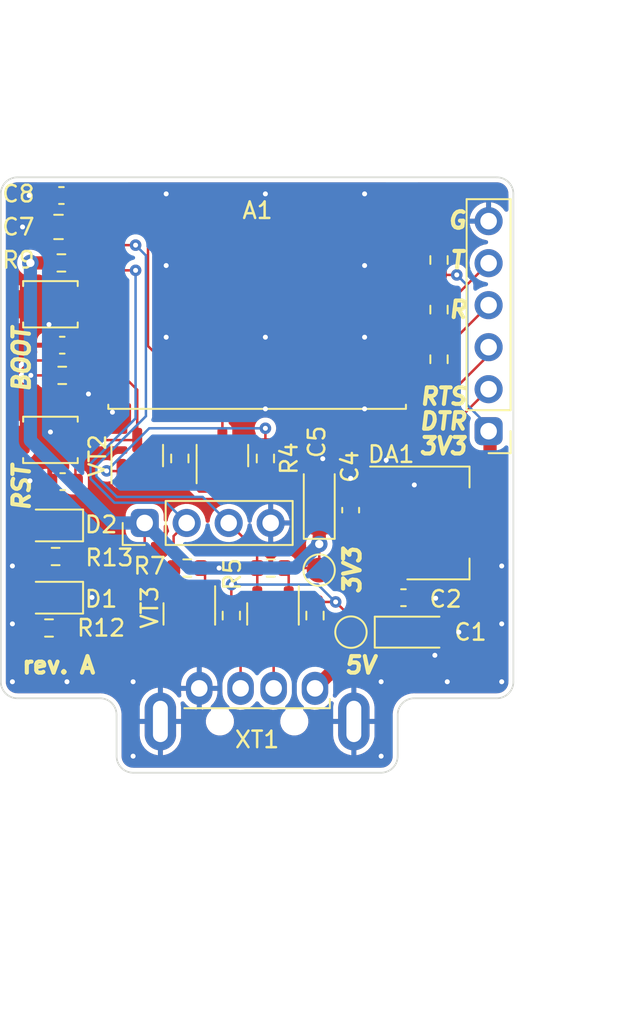
<source format=kicad_pcb>
(kicad_pcb (version 20211014) (generator pcbnew)
  (layers (0 "F.Cu" signal) (31 "B.Cu" signal) (34 "B.Paste" user) (35 "F.Paste" user) (36 "B.SilkS" user "B.Silkscreen") (37 "F.SilkS" user "F.Silkscreen") (38 "B.Mask" user) (39 "F.Mask" user) (44 "Edge.Cuts" user))
  (net 0 "")
  (net 1 "GND")
  (net 2 "/BOOT")
  (net 3 "Net-(A1-Pad7)")
  (net 6 "/RX")
  (net 7 "/TX")
  (net 8 "/ESP_EN")
  (net 9 "+3V3")
  (net 10 "/LED")
  (net 11 "/U0RXD")
  (net 12 "/U0TXD")
  (net 16 "Net-(A1-Pad16)")
  (net 19 "+5V")
  (net 20 "Net-(D1-Pad2)")
  (net 21 "Net-(D2-Pad1)")
  (net 22 "Net-(R1-Pad2)")
  (net 23 "Net-(R2-Pad2)")
  (net 24 "Net-(R3-Pad1)")
  (net 25 "Net-(R3-Pad2)")
  (net 26 "Net-(R4-Pad1)")
  (net 27 "Net-(R4-Pad2)")
  (net 28 "Net-(R5-Pad2)")
  (net 29 "Net-(R6-Pad2)")
  (footprint "Capacitor_SMD:C_0805_2012Metric" (layer "F.Cu") (at 89.4886 93 180)
    (fp_text reference "C7" (at 2.425 0) (layer "F.SilkS"))
    (fp_text value "10u")
    (fp_line (start -0.261252 -0.735) (end 0.261252 -0.735) (layer "F.SilkS") (width 0.12))
    (fp_line (start -0.261252 0.735) (end 0.261252 0.735) (layer "F.SilkS") (width 0.12))
    (pad "1" smd roundrect (at -0.95 0 180) (size 1 1.45) (layers "F.Cu" "F.Paste" "F.Mask") (net 9 "+3V3"))
    (pad "2" smd roundrect (at 0.95 0 180) (size 1 1.45) (layers "F.Cu" "F.Paste" "F.Mask") (net 1 "GND"))
  )
  (footprint "TestPoint:TestPoint_Pad_D1.5mm" (layer "F.Cu") (at 105.25 113.75)
    (fp_text reference "TP2" hide)
    (fp_text value "3V3")
    (fp_circle (center 0 0) (end 0 0.95) (layer "F.SilkS") (width 0.12) (fill none))
    (pad "1" smd circle (at 0 0) (size 1.5 1.5) (layers "F.Cu" "F.Mask") (net 9 "+3V3"))
  )
  (footprint "Capacitor_SMD:C_0603_1608Metric" (layer "F.Cu") (at 89.7386 108.4 180)
    (fp_text reference "C3" hide)
    (fp_text value "0.1u")
    (fp_line (start -0.14058 0.51) (end 0.14058 0.51) (layer "F.SilkS") (width 0.12))
    (fp_line (start -0.14058 -0.51) (end 0.14058 -0.51) (layer "F.SilkS") (width 0.12))
    (pad "1" smd roundrect (at -0.775 0 180) (size 0.9 0.95) (layers "F.Cu" "F.Paste" "F.Mask") (net 2 "/BOOT"))
    (pad "2" smd roundrect (at 0.775 0 180) (size 0.9 0.95) (layers "F.Cu" "F.Paste" "F.Mask") (net 1 "GND"))
  )
  (footprint "Resistor_SMD:R_0603_1608Metric" (layer "F.Cu") (at 88.9136 117.25 180)
    (fp_text reference "R12" (at -3.15 0) (layer "F.SilkS"))
    (fp_text value "560")
    (fp_line (start -0.237258 0.5225) (end 0.237258 0.5225) (layer "F.SilkS") (width 0.12))
    (fp_line (start -0.237258 -0.5225) (end 0.237258 -0.5225) (layer "F.SilkS") (width 0.12))
    (pad "1" smd roundrect (at -0.825 0 180) (size 0.8 0.95) (layers "F.Cu" "F.Paste" "F.Mask") (net 9 "+3V3"))
    (pad "2" smd roundrect (at 0.825 0 180) (size 0.8 0.95) (layers "F.Cu" "F.Paste" "F.Mask") (net 20 "Net-(D1-Pad2)"))
  )
  (footprint "Button_Switch_SMD:SW_SPST_B3U-1000P" (layer "F.Cu") (at 89 97.675 180)
    (fp_text reference "PB2" hide)
    (fp_text value "RESET")
    (fp_line (start -1.65 1.4) (end 1.65 1.4) (layer "F.SilkS") (width 0.12))
    (fp_line (start -1.65 -1.1) (end -1.65 -1.4) (layer "F.SilkS") (width 0.12))
    (fp_line (start -1.65 -1.4) (end 1.65 -1.4) (layer "F.SilkS") (width 0.12))
    (fp_line (start 1.65 1.4) (end 1.65 1.1) (layer "F.SilkS") (width 0.12))
    (fp_line (start -1.65 1.1) (end -1.65 1.4) (layer "F.SilkS") (width 0.12))
    (fp_line (start 1.65 -1.4) (end 1.65 -1.1) (layer "F.SilkS") (width 0.12))
    (pad "1" smd roundrect (at -1.7 0 180) (size 0.9 1.7) (layers "F.Cu" "F.Paste" "F.Mask") (net 8 "/ESP_EN"))
    (pad "2" smd roundrect (at 1.7 0 180) (size 0.9 1.7) (layers "F.Cu" "F.Paste" "F.Mask") (net 1 "GND"))
  )
  (footprint "Resistor_SMD:R_0603_1608Metric" (layer "F.Cu") (at 102 107 -90)
    (fp_text reference "R4" (at 0 -1.43 90) (layer "F.SilkS"))
    (fp_text value "10k")
    (fp_line (start -0.237258 0.5225) (end 0.237258 0.5225) (layer "F.SilkS") (width 0.12))
    (fp_line (start -0.237258 -0.5225) (end 0.237258 -0.5225) (layer "F.SilkS") (width 0.12))
    (pad "1" smd roundrect (at -0.825 0 270) (size 0.8 0.95) (layers "F.Cu" "F.Paste" "F.Mask") (net 26 "Net-(R4-Pad1)"))
    (pad "2" smd roundrect (at 0.825 0 270) (size 0.8 0.95) (layers "F.Cu" "F.Paste" "F.Mask") (net 27 "Net-(R4-Pad2)"))
  )
  (footprint "MyLIB:L-KLS1-180A-W" (layer "F.Cu") (at 101.5 129.8 -90)
    (fp_text reference "XT1" (at -5.8 0 180) (layer "F.SilkS"))
    (fp_text value "USB_A")
    (fp_line (start -7.7 -4.4) (end -7.7 4.4) (layer "F.SilkS") (width 0.12))
    (fp_line (start -7.7 -4.4) (end -8.25 -4.4) (layer "F.SilkS") (width 0.12))
    (pad "" np_thru_hole circle locked (at -6.9 2.25 270) (size 1.1 1.1) (drill 1.1) (layers *.Cu *.Mask))
    (pad "" np_thru_hole circle locked (at -6.9 -2.25 270) (size 1.1 1.1) (drill 1.1) (layers *.Cu *.Mask))
    (pad "1" thru_hole oval locked (at -8.9 -3.5 270) (size 2 1.6) (drill 1) (layers *.Cu *.Mask) (net 19 "+5V"))
    (pad "2" thru_hole oval locked (at -8.9 -1 270) (size 2 1.6) (drill 1) (layers *.Cu *.Mask) (net 29 "Net-(R6-Pad2)"))
    (pad "3" thru_hole oval locked (at -8.9 1 270) (size 2 1.6) (drill 1) (layers *.Cu *.Mask) (net 28 "Net-(R5-Pad2)"))
    (pad "4" thru_hole oval locked (at -8.9 3.5 270) (size 2 1.6) (drill 1) (layers *.Cu *.Mask) (net 1 "GND"))
    (pad "5" thru_hole oval locked (at -6.9 5.85 270) (size 3.5 1.9) (drill oval 2.5 0.9) (layers *.Cu *.Mask) (net 1 "GND"))
    (pad "5" thru_hole oval locked (at -6.9 -5.85 270) (size 3.5 1.9) (drill oval 2.5 0.9) (layers *.Cu *.Mask) (net 1 "GND"))
  )
  (footprint "Capacitor_Tantalum_SMD:CP_EIA-3216-18_Kemet-A" (layer "F.Cu") (at 110.925 117.5)
    (fp_text reference "C1" (at 3.475 0) (layer "F.SilkS"))
    (fp_text value "10u")
    (fp_line (start 1.6 -0.935) (end -2.31 -0.935) (layer "F.SilkS") (width 0.12))
    (fp_line (start -2.31 0.935) (end 1.6 0.935) (layer "F.SilkS") (width 0.12))
    (fp_line (start -2.31 -0.935) (end -2.31 0.935) (layer "F.SilkS") (width 0.12))
    (pad "1" smd roundrect (at -1.35 0) (size 1.4 1.35) (layers "F.Cu" "F.Paste" "F.Mask") (roundrect_rratio 0.1851851852) (net 19 "+5V"))
    (pad "2" smd roundrect (at 1.35 0) (size 1.4 1.35) (layers "F.Cu" "F.Paste" "F.Mask") (roundrect_rratio 0.1851851852) (net 1 "GND"))
  )
  (footprint "Resistor_SMD:R_0603_1608Metric" (layer "F.Cu") (at 112.5 101 90)
    (fp_text reference "R2" hide)
    (fp_text value "150")
    (fp_line (start -0.237258 -0.5225) (end 0.237258 -0.5225) (layer "F.SilkS") (width 0.12))
    (fp_line (start -0.237258 0.5225) (end 0.237258 0.5225) (layer "F.SilkS") (width 0.12))
    (pad "1" smd roundrect (at -0.825 0 90) (size 0.8 0.95) (layers "F.Cu" "F.Paste" "F.Mask") (net 11 "/U0RXD"))
    (pad "2" smd roundrect (at 0.825 0 90) (size 0.8 0.95) (layers "F.Cu" "F.Paste" "F.Mask") (net 23 "Net-(R2-Pad2)"))
  )
  (footprint "Resistor_SMD:R_0603_1608Metric" (layer "F.Cu") (at 89.6636 95.175 180)
    (fp_text reference "R9" (at 2.6 0.175) (layer "F.SilkS"))
    (fp_text value "10k")
    (fp_line (start -0.237258 0.5225) (end 0.237258 0.5225) (layer "F.SilkS") (width 0.12))
    (fp_line (start -0.237258 -0.5225) (end 0.237258 -0.5225) (layer "F.SilkS") (width 0.12))
    (pad "1" smd roundrect (at -0.825 0 180) (size 0.8 0.95) (layers "F.Cu" "F.Paste" "F.Mask") (net 8 "/ESP_EN"))
    (pad "2" smd roundrect (at 0.825 0 180) (size 0.8 0.95) (layers "F.Cu" "F.Paste" "F.Mask") (net 9 "+3V3"))
  )
  (footprint "Capacitor_SMD:C_0603_1608Metric" (layer "F.Cu") (at 89.7136 100.15)
    (fp_text reference "C6" hide)
    (fp_text value "1u")
    (fp_line (start -0.14058 0.51) (end 0.14058 0.51) (layer "F.SilkS") (width 0.12))
    (fp_line (start -0.14058 -0.51) (end 0.14058 -0.51) (layer "F.SilkS") (width 0.12))
    (pad "1" smd roundrect (at -0.775 0) (size 0.9 0.95) (layers "F.Cu" "F.Paste" "F.Mask") (net 1 "GND"))
    (pad "2" smd roundrect (at 0.775 0) (size 0.9 0.95) (layers "F.Cu" "F.Paste" "F.Mask") (net 8 "/ESP_EN"))
  )
  (footprint "Resistor_SMD:R_0603_1608Metric" (layer "F.Cu") (at 112.5 95 -90)
    (fp_text reference "R10" hide)
    (fp_text value "10k")
    (fp_line (start -0.237258 0.5225) (end 0.237258 0.5225) (layer "F.SilkS") (width 0.12))
    (fp_line (start -0.237258 -0.5225) (end 0.237258 -0.5225) (layer "F.SilkS") (width 0.12))
    (pad "1" smd roundrect (at -0.825 0 270) (size 0.8 0.95) (layers "F.Cu" "F.Paste" "F.Mask") (net 16 "Net-(A1-Pad16)"))
    (pad "2" smd roundrect (at 0.825 0 270) (size 0.8 0.95) (layers "F.Cu" "F.Paste" "F.Mask") (net 9 "+3V3"))
  )
  (footprint "Button_Switch_SMD:SW_SPST_B3U-1000P" (layer "F.Cu") (at 89 105.875 180)
    (fp_text reference "PB1" hide)
    (fp_text value "BOOT")
    (fp_line (start -1.65 1.1) (end -1.65 1.4) (layer "F.SilkS") (width 0.12))
    (fp_line (start 1.65 1.4) (end 1.65 1.1) (layer "F.SilkS") (width 0.12))
    (fp_line (start 1.65 -1.4) (end 1.65 -1.1) (layer "F.SilkS") (width 0.12))
    (fp_line (start -1.65 -1.1) (end -1.65 -1.4) (layer "F.SilkS") (width 0.12))
    (fp_line (start -1.65 1.4) (end 1.65 1.4) (layer "F.SilkS") (width 0.12))
    (fp_line (start -1.65 -1.4) (end 1.65 -1.4) (layer "F.SilkS") (width 0.12))
    (pad "1" smd roundrect (at -1.7 0 180) (size 0.9 1.7) (layers "F.Cu" "F.Paste" "F.Mask") (net 2 "/BOOT"))
    (pad "2" smd roundrect (at 1.7 0 180) (size 0.9 1.7) (layers "F.Cu" "F.Paste" "F.Mask") (net 1 "GND"))
  )
  (footprint "Package_TO_SOT_SMD:SOT-223-3_TabPin2" (layer "F.Cu") (at 112.435907 110.9)
    (fp_text reference "DA1" (at -2.8288 -4.15) (layer "F.SilkS"))
    (fp_text value "LD1117S33TR_SOT223")
    (fp_line (start -1.85 3.41) (end 1.91 3.41) (layer "F.SilkS") (width 0.12))
    (fp_line (start 1.91 -3.41) (end 1.91 -2.15) (layer "F.SilkS") (width 0.12))
    (fp_line (start 1.91 3.41) (end 1.91 2.15) (layer "F.SilkS") (width 0.12))
    (fp_line (start -4.1 -3.41) (end 1.91 -3.41) (layer "F.SilkS") (width 0.12))
    (pad "1" smd roundrect (at -3.15 -2.3) (size 2 1.5) (layers "F.Cu" "F.Paste" "F.Mask") (net 1 "GND"))
    (pad "2" smd roundrect (at -3.15 0) (size 2 1.5) (layers "F.Cu" "F.Paste" "F.Mask") (net 9 "+3V3"))
    (pad "2" smd roundrect (at 3.15 0) (size 2 3.8) (layers "F.Cu" "F.Paste" "F.Mask") (net 9 "+3V3"))
    (pad "3" smd roundrect (at -3.15 2.3) (size 2 1.5) (layers "F.Cu" "F.Paste" "F.Mask") (net 19 "+5V"))
  )
  (footprint "Resistor_SMD:R_0603_1608Metric" (layer "F.Cu") (at 96.825 107 -90)
    (fp_text reference "R3" hide)
    (fp_text value "10k")
    (fp_line (start -0.237258 0.5225) (end 0.237258 0.5225) (layer "F.SilkS") (width 0.12))
    (fp_line (start -0.237258 -0.5225) (end 0.237258 -0.5225) (layer "F.SilkS") (width 0.12))
    (pad "1" smd roundrect (at -0.825 0 270) (size 0.8 0.95) (layers "F.Cu" "F.Paste" "F.Mask") (net 24 "Net-(R3-Pad1)"))
    (pad "2" smd roundrect (at 0.825 0 270) (size 0.8 0.95) (layers "F.Cu" "F.Paste" "F.Mask") (net 25 "Net-(R3-Pad2)"))
  )
  (footprint "Resistor_SMD:R_0603_1608Metric" (layer "F.Cu") (at 102.325 113.625 180)
    (fp_text reference "R8" hide)
    (fp_text value "10k")
    (fp_line (start -0.237258 -0.5225) (end 0.237258 -0.5225) (layer "F.SilkS") (width 0.12))
    (fp_line (start -0.237258 0.5225) (end 0.237258 0.5225) (layer "F.SilkS") (width 0.12))
    (pad "1" smd roundrect (at -0.825 0 180) (size 0.8 0.95) (layers "F.Cu" "F.Paste" "F.Mask") (net 9 "+3V3"))
    (pad "2" smd roundrect (at 0.825 0 180) (size 0.8 0.95) (layers "F.Cu" "F.Paste" "F.Mask") (net 7 "/TX"))
  )
  (footprint "LED_SMD:LED_0805_2012Metric_Pad1.15x1.40mm_HandSolder" (layer "F.Cu") (at 89.1144 115.4176 180)
    (fp_text reference "D1" (at -2.9492 -0.0824) (layer "F.SilkS"))
    (fp_text value "Yellow")
    (fp_line (start -1.86 0.96) (end 1 0.96) (layer "F.SilkS") (width 0.12))
    (fp_line (start -1.86 -0.96) (end -1.86 0.96) (layer "F.SilkS") (width 0.12))
    (fp_line (start 1 -0.96) (end -1.86 -0.96) (layer "F.SilkS") (width 0.12))
    (pad "1" smd roundrect (at -1.025 0 180) (size 1.15 1.4) (layers "F.Cu" "F.Paste" "F.Mask") (roundrect_rratio 0.2173913043) (net 1 "GND"))
    (pad "2" smd roundrect (at 1.025 0 180) (size 1.15 1.4) (layers "F.Cu" "F.Paste" "F.Mask") (roundrect_rratio 0.2173913043) (net 20 "Net-(D1-Pad2)"))
  )
  (footprint "Resistor_SMD:R_0603_1608Metric" (layer "F.Cu") (at 105 116.5 -90)
    (fp_text reference "R6" hide)
    (fp_text value "10k")
    (fp_line (start -0.237258 0.5225) (end 0.237258 0.5225) (layer "F.SilkS") (width 0.12))
    (fp_line (start -0.237258 -0.5225) (end 0.237258 -0.5225) (layer "F.SilkS") (width 0.12))
    (pad "1" smd roundrect (at -0.825 0 270) (size 0.8 0.95) (layers "F.Cu" "F.Paste" "F.Mask") (net 19 "+5V"))
    (pad "2" smd roundrect (at 0.825 0 270) (size 0.8 0.95) (layers "F.Cu" "F.Paste" "F.Mask") (net 29 "Net-(R6-Pad2)"))
  )
  (footprint "Resistor_SMD:R_0603_1608Metric" (layer "F.Cu") (at 89.7136 101.975 180)
    (fp_text reference "R11" hide)
    (fp_text value "10k")
    (fp_line (start -0.237258 -0.5225) (end 0.237258 -0.5225) (layer "F.SilkS") (width 0.12))
    (fp_line (start -0.237258 0.5225) (end 0.237258 0.5225) (layer "F.SilkS") (width 0.12))
    (pad "1" smd roundrect (at -0.825 0 180) (size 0.8 0.95) (layers "F.Cu" "F.Paste" "F.Mask") (net 3 "Net-(A1-Pad7)"))
    (pad "2" smd roundrect (at 0.825 0 180) (size 0.8 0.95) (layers "F.Cu" "F.Paste" "F.Mask") (net 9 "+3V3"))
  )
  (footprint "Connector_PinHeader_2.54mm:PinHeader_1x06_P2.54mm_Vertical" (layer "F.Cu") (at 115.5 105.35 180)
    (fp_text reference "XT2" hide)
    (fp_text value "Debug UART")
    (fp_line (start -1.33 1.27) (end -1.33 14.03) (layer "F.SilkS") (width 0.12))
    (fp_line (start -1.33 0) (end -1.33 -1.33) (layer "F.SilkS") (width 0.12))
    (fp_line (start -1.33 1.27) (end 1.33 1.27) (layer "F.SilkS") (width 0.12))
    (fp_line (start -1.33 -1.33) (end 0 -1.33) (layer "F.SilkS") (width 0.12))
    (fp_line (start -1.33 14.03) (end 1.33 14.03) (layer "F.SilkS") (width 0.12))
    (fp_line (start 1.33 1.27) (end 1.33 14.03) (layer "F.SilkS") (width 0.12))
    (pad "1" thru_hole roundrect (at 0 0 180) (size 1.7 1.7) (drill 1) (layers *.Cu *.Mask) (net 9 "+3V3"))
    (pad "2" thru_hole oval (at 0 2.54 180) (size 1.7 1.7) (drill 1) (layers *.Cu *.Mask) (net 25 "Net-(R3-Pad2)"))
    (pad "3" thru_hole oval (at 0 5.08 180) (size 1.7 1.7) (drill 1) (layers *.Cu *.Mask) (net 27 "Net-(R4-Pad2)"))
    (pad "4" thru_hole oval (at 0 7.62 180) (size 1.7 1.7) (drill 1) (layers *.Cu *.Mask) (net 23 "Net-(R2-Pad2)"))
    (pad "5" thru_hole oval (at 0 10.16 180) (size 1.7 1.7) (drill 1) (layers *.Cu *.Mask) (net 22 "Net-(R1-Pad2)"))
    (pad "6" thru_hole oval (at 0 12.7 180) (size 1.7 1.7) (drill 1) (layers *.Cu *.Mask) (net 1 "GND"))
  )
  (footprint "Espressif:ESP32-C3-WROOM-02" (layer "F.Cu") (at 101.5 95.25)
    (fp_text reference "A1" (at 0.025 -3.25) (layer "F.SilkS"))
    (fp_text value "ESP32-C3-WROOM-02")
    (fp_line (start 9 8.75) (end -9 8.75) (layer "F.SilkS") (width 0.12))
    (fp_line (start -9 8.75) (end -9 8.5) (layer "F.SilkS") (width 0.12))
    (fp_line (start 9 8.5) (end 9 8.75) (layer "F.SilkS") (width 0.12))
    (pad "1" smd roundrect locked (at -8.75 -4.15) (size 1.5 0.9) (layers "F.Cu" "F.Paste" "F.Mask") (net 9 "+3V3"))
    (pad "2" smd roundrect locked (at -8.75 -2.65) (size 1.5 0.9) (layers "F.Cu" "F.Paste" "F.Mask") (net 8 "/ESP_EN"))
    (pad "3" smd roundrect locked (at -8.75 -1.15) (size 1.5 0.9) (layers "F.Cu" "F.Paste" "F.Mask") (net 7 "/TX"))
    (pad "4" smd roundrect locked (at -8.75 0.35) (size 1.5 0.9) (layers "F.Cu" "F.Paste" "F.Mask") (net 6 "/RX"))
    (pad "5" smd roundrect locked (at -8.75 1.85) (size 1.5 0.9) (layers "F.Cu" "F.Paste" "F.Mask"))
    (pad "6" smd roundrect locked (at -8.75 3.35) (size 1.5 0.9) (layers "F.Cu" "F.Paste" "F.Mask") (net 10 "/LED"))
    (pad "7" smd roundrect locked (at -8.75 4.85) (size 1.5 0.9) (layers "F.Cu" "F.Paste" "F.Mask") (net 3 "Net-(A1-Pad7)"))
    (pad "8" smd roundrect locked (at -8.75 6.35) (size 1.5 0.9) (layers "F.Cu" "F.Paste" "F.Mask") (net 2 "/BOOT"))
    (pad "9" smd roundrect locked (at -8.75 7.85) (size 1.5 0.9) (layers "F.Cu" "F.Paste" "F.Mask") (net 1 "GND"))
    (pad "10" smd roundrect locked (at 8.75 7.85) (size 1.5 0.9) (layers "F.Cu" "F.Paste" "F.Mask"))
    (pad "11" smd roundrect locked (at 8.75 6.35) (size 1.5 0.9) (layers "F.Cu" "F.Paste" "F.Mask") (net 11 "/U0RXD"))
    (pad "12" smd roundrect locked (at 8.75 4.85) (size 1.5 0.9) (layers "F.Cu" "F.Paste" "F.Mask") (net 12 "/U0TXD"))
    (pad "13" smd roundrect locked (at 8.75 3.35) (size 1.5 0.9) (layers "F.Cu" "F.Paste" "F.Mask"))
    (pad "14" smd roundrect locked (at 8.75 1.85) (size 1.5 0.9) (layers "F.Cu" "F.Paste" "F.Mask"))
    (pad "15" smd roundrect locked (at 8.75 0.35) (size 1.5 0.9) (layers "F.Cu" "F.Paste" "F.Mask"))
    (pad "16" smd roundrect locked (at 8.75 -1.15) (size 1.5 0.9) (layers "F.Cu" "F.Paste" "F.Mask") (net 16 "Net-(A1-Pad16)"))
    (pad "17" smd roundrect locked (at 8.75 -2.65) (size 1.5 0.9) (layers "F.Cu" "F.Paste" "F.Mask"))
    (pad "18" smd roundrect locked (at 8.75 -4.15) (size 1.5 0.9) (layers "F.Cu" "F.Paste" "F.Mask"))
    (pad "19" smd roundrect locked (at 0.91 3.15 180) (size 0.7 0.7) (layers "F.Cu" "F.Paste" "F.Mask") (net 1 "GND"))
    (pad "19" smd roundrect locked (at 2.06 0.95 180) (size 0.7 0.7) (layers "F.Cu" "F.Paste" "F.Mask") (net 1 "GND"))
    (pad "19" smd roundrect locked (at 0.91 0.95 180) (size 0.7 0.7) (layers "F.Cu" "F.Paste" "F.Mask") (net 1 "GND"))
    (pad "19" smd roundrect locked (at -0.14 3.15 180) (size 0.7 0.7) (layers "F.Cu" "F.Paste" "F.Mask") (net 1 "GND"))
    (pad "19" smd roundrect locked (at 2.06 3.15 180) (size 0.7 0.7) (layers "F.Cu" "F.Paste" "F.Mask") (net 1 "GND"))
    (pad "19" smd roundrect locked (at -0.14 0.95 180) (size 0.7 0.7) (layers "F.Cu" "F.Paste" "F.Mask") (net 1 "GND"))
    (pad "19" smd roundrect locked (at 2.06 2.05 180) (size 0.7 0.7) (layers "F.Cu" "F.Paste" "F.Mask") (net 1 "GND"))
    (pad "19" smd roundrect locked (at -0.14 2.05 180) (size 0.7 0.7) (layers "F.Cu" "F.Paste" "F.Mask") (net 1 "GND"))
    (pad "19" smd roundrect locked (at 0.91 2.05 180) (size 0.7 0.7) (layers "F.Cu" "F.Paste" "F.Mask") (net 1 "GND"))
  )
  (footprint "Resistor_SMD:R_0603_1608Metric" (layer "F.Cu") (at 99.94 116.5 -90)
    (fp_text reference "R5" (at -2.5 -0.06 90) (layer "F.SilkS"))
    (fp_text value "10k")
    (fp_line (start -0.237258 -0.5225) (end 0.237258 -0.5225) (layer "F.SilkS") (width 0.12))
    (fp_line (start -0.237258 0.5225) (end 0.237258 0.5225) (layer "F.SilkS") (width 0.12))
    (pad "1" smd roundrect (at -0.825 0 270) (size 0.8 0.95) (layers "F.Cu" "F.Paste" "F.Mask") (net 19 "+5V"))
    (pad "2" smd roundrect (at 0.825 0 270) (size 0.8 0.95) (layers "F.Cu" "F.Paste" "F.Mask") (net 28 "Net-(R5-Pad2)"))
  )
  (footprint "Package_TO_SOT_SMD:SOT-23" (layer "F.Cu") (at 99.4 106.825 90)
    (fp_text reference "VT1" hide)
    (fp_text value "BC817")
    (fp_line (start 0 -1.56) (end 0.65 -1.56) (layer "F.SilkS") (width 0.12))
    (fp_line (start 0 1.56) (end -0.65 1.56) (layer "F.SilkS") (width 0.12))
    (fp_line (start 0 -1.56) (end -1.675 -1.56) (layer "F.SilkS") (width 0.12))
    (fp_line (start 0 1.56) (end 0.65 1.56) (layer "F.SilkS") (width 0.12))
    (pad "1" smd roundrect (at -0.9375 -0.95 90) (size 1.475 0.6) (layers "F.Cu" "F.Paste" "F.Mask") (net 24 "Net-(R3-Pad1)"))
    (pad "2" smd roundrect (at -0.9375 0.95 90) (size 1.475 0.6) (layers "F.Cu" "F.Paste" "F.Mask") (net 27 "Net-(R4-Pad2)"))
    (pad "3" smd roundrect (at 0.9375 0 90) (size 1.475 0.6) (layers "F.Cu" "F.Paste" "F.Mask") (net 8 "/ESP_EN"))
  )
  (footprint "Capacitor_SMD:C_0603_1608Metric" (layer "F.Cu") (at 89.6636 91.1 180)
    (fp_text reference "C8" (at 2.6 0.1) (layer "F.SilkS"))
    (fp_text value "0.1u")
    (fp_line (start -0.14058 -0.51) (end 0.14058 -0.51) (layer "F.SilkS") (width 0.12))
    (fp_line (start -0.14058 0.51) (end 0.14058 0.51) (layer "F.SilkS") (width 0.12))
    (pad "1" smd roundrect (at -0.775 0 180) (size 0.9 0.95) (layers "F.Cu" "F.Paste" "F.Mask") (net 9 "+3V3"))
    (pad "2" smd roundrect (at 0.775 0 180) (size 0.9 0.95) (layers "F.Cu" "F.Paste" "F.Mask") (net 1 "GND"))
  )
  (footprint "Resistor_SMD:R_0603_1608Metric" (layer "F.Cu") (at 89.3136 112.9284 180)
    (fp_text reference "R13" (at -3.25 -0.0716) (layer "F.SilkS"))
    (fp_text value "560")
    (fp_line (start -0.237258 0.5225) (end 0.237258 0.5225) (layer "F.SilkS") (width 0.12))
    (fp_line (start -0.237258 -0.5225) (end 0.237258 -0.5225) (layer "F.SilkS") (width 0.12))
    (pad "1" smd roundrect (at -0.825 0 180) (size 0.8 0.95) (layers "F.Cu" "F.Paste" "F.Mask") (net 21 "Net-(D2-Pad1)"))
    (pad "2" smd roundrect (at 0.825 0 180) (size 0.8 0.95) (layers "F.Cu" "F.Paste" "F.Mask") (net 1 "GND"))
  )
  (footprint "Resistor_SMD:R_0603_1608Metric" (layer "F.Cu") (at 97.275 113.625 180)
    (fp_text reference "R7" (at 2.275 0.125) (layer "F.SilkS"))
    (fp_text value "10k")
    (fp_line (start -0.237258 -0.5225) (end 0.237258 -0.5225) (layer "F.SilkS") (width 0.12))
    (fp_line (start -0.237258 0.5225) (end 0.237258 0.5225) (layer "F.SilkS") (width 0.12))
    (pad "1" smd roundrect (at -0.825 0 180) (size 0.8 0.95) (layers "F.Cu" "F.Paste" "F.Mask") (net 9 "+3V3"))
    (pad "2" smd roundrect (at 0.825 0 180) (size 0.8 0.95) (layers "F.Cu" "F.Paste" "F.Mask") (net 6 "/RX"))
  )
  (footprint "LED_SMD:LED_0805_2012Metric_Pad1.15x1.40mm_HandSolder" (layer "F.Cu") (at 89.1144 111.0488 180)
    (fp_text reference "D2" (at -2.9492 0.0488) (layer "F.SilkS"))
    (fp_text value "Red")
    (fp_line (start -1.86 -0.96) (end -1.86 0.96) (layer "F.SilkS") (width 0.12))
    (fp_line (start 1 -0.96) (end -1.86 -0.96) (layer "F.SilkS") (width 0.12))
    (fp_line (start -1.86 0.96) (end 1 0.96) (layer "F.SilkS") (width 0.12))
    (pad "1" smd roundrect (at -1.025 0 180) (size 1.15 1.4) (layers "F.Cu" "F.Paste" "F.Mask") (roundrect_rratio 0.2173913043) (net 21 "Net-(D2-Pad1)"))
    (pad "2" smd roundrect (at 1.025 0 180) (size 1.15 1.4) (layers "F.Cu" "F.Paste" "F.Mask") (roundrect_rratio 0.2173913043) (net 10 "/LED"))
  )
  (footprint "Capacitor_SMD:C_0603_1608Metric" (layer "F.Cu") (at 107.157107 110.125 90)
    (fp_text reference "C4" (at 2.625 -0.05 90) (layer "F.SilkS"))
    (fp_text value "0.1u")
    (fp_line (start -0.14058 -0.51) (end 0.14058 -0.51) (layer "F.SilkS") (width 0.12))
    (fp_line (start -0.14058 0.51) (end 0.14058 0.51) (layer "F.SilkS") (width 0.12))
    (pad "1" smd roundrect (at -0.775 0 90) (size 0.9 0.95) (layers "F.Cu" "F.Paste" "F.Mask") (net 9 "+3V3"))
    (pad "2" smd roundrect (at 0.775 0 90) (size 0.9 0.95) (layers "F.Cu" "F.Paste" "F.Mask") (net 1 "GND"))
  )
  (footprint "Package_TO_SOT_SMD:SOT-23" (layer "F.Cu") (at 102.46 116.4 -90)
    (fp_text reference "VT4" hide)
    (fp_text value "2N7002")
    (fp_line (start 0 -1.56) (end 0.65 -1.56) (layer "F.SilkS") (width 0.12))
    (fp_line (start 0 -1.56) (end -1.675 -1.56) (layer "F.SilkS") (width 0.12))
    (fp_line (start 0 1.56) (end -0.65 1.56) (layer "F.SilkS") (width 0.12))
    (fp_line (start 0 1.56) (end 0.65 1.56) (layer "F.SilkS") (width 0.12))
    (pad "1" smd roundrect (at -0.9375 -0.95 270) (size 1.475 0.6) (layers "F.Cu" "F.Paste" "F.Mask") (net 9 "+3V3"))
    (pad "2" smd roundrect (at -0.9375 0.95 270) (size 1.475 0.6) (layers "F.Cu" "F.Paste" "F.Mask") (net 7 "/TX"))
    (pad "3" smd roundrect (at 0.9375 0 270) (size 1.475 0.6) (layers "F.Cu" "F.Paste" "F.Mask") (net 29 "Net-(R6-Pad2)"))
  )
  (footprint "Connector_PinHeader_2.54mm:PinHeader_1x04_P2.54mm_Vertical" (layer "F.Cu") (at 94.7 110.9 90)
    (fp_text reference "XT3" hide)
    (fp_text value "UART")
    (fp_line (start -1.33 -1.33) (end 0 -1.33) (layer "F.SilkS") (width 0.12))
    (fp_line (start -1.33 0) (end -1.33 -1.33) (layer "F.SilkS") (width 0.12))
    (fp_line (start -1.33 1.27) (end -1.33 8.95) (layer "F.SilkS") (width 0.12))
    (fp_line (start 1.33 1.27) (end 1.33 8.95) (layer "F.SilkS") (width 0.12))
    (fp_line (start -1.33 1.27) (end 1.33 1.27) (layer "F.SilkS") (width 0.12))
    (fp_line (start -1.33 8.95) (end 1.33 8.95) (layer "F.SilkS") (width 0.12))
    (pad "1" thru_hole roundrect (at 0 0 90) (size 1.7 1.7) (drill 1) (layers *.Cu *.Mask) (net 9 "+3V3"))
    (pad "2" thru_hole oval (at 0 2.54 90) (size 1.7 1.7) (drill 1) (layers *.Cu *.Mask) (net 6 "/RX"))
    (pad "3" thru_hole oval (at 0 5.08 90) (size 1.7 1.7) (drill 1) (layers *.Cu *.Mask) (net 7 "/TX"))
    (pad "4" thru_hole oval (at 0 7.62 90) (size 1.7 1.7) (drill 1) (layers *.Cu *.Mask) (net 1 "GND"))
  )
  (footprint "TestPoint:TestPoint_Pad_D1.5mm" (layer "F.Cu") (at 107.175 117.5)
    (fp_text reference "TP1" hide)
    (fp_text value "5V")
    (fp_circle (center 0 0) (end 0 0.95) (layer "F.SilkS") (width 0.12) (fill none))
    (pad "1" smd circle (at 0 0) (size 1.5 1.5) (layers "F.Cu" "F.Mask") (net 19 "+5V"))
  )
  (footprint "Resistor_SMD:R_0603_1608Metric" (layer "F.Cu") (at 112.5 98 90)
    (fp_text reference "R1" hide)
    (fp_text value "150")
    (fp_line (start -0.237258 0.5225) (end 0.237258 0.5225) (layer "F.SilkS") (width 0.12))
    (fp_line (start -0.237258 -0.5225) (end 0.237258 -0.5225) (layer "F.SilkS") (width 0.12))
    (pad "1" smd roundrect (at -0.825 0 90) (size 0.8 0.95) (layers "F.Cu" "F.Paste" "F.Mask") (net 12 "/U0TXD"))
    (pad "2" smd roundrect (at 0.825 0 90) (size 0.8 0.95) (layers "F.Cu" "F.Paste" "F.Mask") (net 22 "Net-(R1-Pad2)"))
  )
  (footprint "Package_TO_SOT_SMD:SOT-23" (layer "F.Cu") (at 97.4 116.4 -90)
    (fp_text reference "VT3" (at -0.4 2.4 90) (layer "F.SilkS"))
    (fp_text value "2N7002")
    (fp_line (start 0 -1.56) (end -1.675 -1.56) (layer "F.SilkS") (width 0.12))
    (fp_line (start 0 1.56) (end 0.65 1.56) (layer "F.SilkS") (width 0.12))
    (fp_line (start 0 1.56) (end -0.65 1.56) (layer "F.SilkS") (width 0.12))
    (fp_line (start 0 -1.56) (end 0.65 -1.56) (layer "F.SilkS") (width 0.12))
    (pad "1" smd roundrect (at -0.9375 -0.95 270) (size 1.475 0.6) (layers "F.Cu" "F.Paste" "F.Mask") (net 9 "+3V3"))
    (pad "2" smd roundrect (at -0.9375 0.95 270) (size 1.475 0.6) (layers "F.Cu" "F.Paste" "F.Mask") (net 6 "/RX"))
    (pad "3" smd roundrect (at 0.9375 0 270) (size 1.475 0.6) (layers "F.Cu" "F.Paste" "F.Mask") (net 28 "Net-(R5-Pad2)"))
  )
  (footprint "Capacitor_Tantalum_SMD:CP_EIA-3216-18_Kemet-A" (layer "F.Cu") (at 105.257107 109.55 90)
    (fp_text reference "C5" (at 3.55 -0.15 90) (layer "F.SilkS"))
    (fp_text value "10u")
    (fp_line (start -2.31 -0.935) (end -2.31 0.935) (layer "F.SilkS") (width 0.12))
    (fp_line (start 1.6 -0.935) (end -2.31 -0.935) (layer "F.SilkS") (width 0.12))
    (fp_line (start -2.31 0.935) (end 1.6 0.935) (layer "F.SilkS") (width 0.12))
    (pad "1" smd roundrect (at -1.35 0 90) (size 1.4 1.35) (layers "F.Cu" "F.Paste" "F.Mask") (roundrect_rratio 0.1851851852) (net 9 "+3V3"))
    (pad "2" smd roundrect (at 1.35 0 90) (size 1.4 1.35) (layers "F.Cu" "F.Paste" "F.Mask") (roundrect_rratio 0.1851851852) (net 1 "GND"))
  )
  (footprint "Package_TO_SOT_SMD:SOT-23" (layer "F.Cu") (at 94.25 106.825 90)
    (fp_text reference "VT2" (at 0 -2.4 90) (layer "F.SilkS"))
    (fp_text value "BC817")
    (fp_line (start 0 -1.56) (end 0.65 -1.56) (layer "F.SilkS") (width 0.12))
    (fp_line (start 0 1.56) (end -0.65 1.56) (layer "F.SilkS") (width 0.12))
    (fp_line (start 0 1.56) (end 0.65 1.56) (layer "F.SilkS") (width 0.12))
    (fp_line (start 0 -1.56) (end -1.675 -1.56) (layer "F.SilkS") (width 0.12))
    (pad "1" smd roundrect (at -0.9375 -0.95 90) (size 1.475 0.6) (layers "F.Cu" "F.Paste" "F.Mask") (net 26 "Net-(R4-Pad1)"))
    (pad "2" smd roundrect (at -0.9375 0.95 90) (size 1.475 0.6) (layers "F.Cu" "F.Paste" "F.Mask") (net 25 "Net-(R3-Pad2)"))
    (pad "3" smd roundrect (at 0.9375 0 90) (size 1.475 0.6) (layers "F.Cu" "F.Paste" "F.Mask") (net 2 "/BOOT"))
  )
  (footprint "Capacitor_SMD:C_0603_1608Metric" (layer "F.Cu") (at 110.35 115.4172)
    (fp_text reference "C2" (at 2.55 0.0828) (layer "F.SilkS"))
    (fp_text value "0.1u")
    (fp_line (start -0.14058 0.51) (end 0.14058 0.51) (layer "F.SilkS") (width 0.12))
    (fp_line (start -0.14058 -0.51) (end 0.14058 -0.51) (layer "F.SilkS") (width 0.12))
    (pad "1" smd roundrect (at -0.775 0) (size 0.9 0.95) (layers "F.Cu" "F.Paste" "F.Mask") (net 19 "+5V"))
    (pad "2" smd roundrect (at 0.775 0) (size 0.9 0.95) (layers "F.Cu" "F.Paste" "F.Mask") (net 1 "GND"))
  )
  (gr_arc (start 92 121.5) (mid 92.707107 121.792893) (end 93 122.5) (layer "Edge.Cuts") (width 0.1))
  (gr_line (start 87 121.5) (end 92 121.5) (layer "Edge.Cuts") (width 0.1))
  (gr_arc (start 117 120.5) (mid 116.707107 121.207107) (end 116 121.5) (layer "Edge.Cuts") (width 0.1))
  (gr_line (start 86 120.5) (end 86 91) (layer "Edge.Cuts") (width 0.1))
  (gr_arc (start 87 121.5) (mid 86.292893 121.207107) (end 86 120.5) (layer "Edge.Cuts") (width 0.1))
  (gr_line (start 87 90) (end 116 90) (layer "Edge.Cuts") (width 0.1))
  (gr_arc (start 110 125) (mid 109.707107 125.707107) (end 109 126) (layer "Edge.Cuts") (width 0.1))
  (gr_arc (start 94 126) (mid 93.292893 125.707107) (end 93 125) (layer "Edge.Cuts") (width 0.1))
  (gr_arc (start 86 91) (mid 86.292893 90.292893) (end 87 90) (layer "Edge.Cuts") (width 0.1))
  (gr_line (start 117 91) (end 117 120.5) (layer "Edge.Cuts") (width 0.1))
  (gr_line (start 110 125) (end 110 122.5) (layer "Edge.Cuts") (width 0.1))
  (gr_line (start 109 126) (end 94 126) (layer "Edge.Cuts") (width 0.1))
  (gr_arc (start 116 90) (mid 116.707107 90.292893) (end 117 91) (layer "Edge.Cuts") (width 0.1))
  (gr_line (start 111 121.5) (end 116 121.5) (layer "Edge.Cuts") (width 0.1))
  (gr_arc (start 110 122.5) (mid 110.292893 121.792893) (end 111 121.5) (layer "Edge.Cuts") (width 0.1))
  (gr_line (start 93 122.5) (end 93 125) (layer "Edge.Cuts") (width 0.1))
  (gr_text "RTS" (at 112.77381 103.25) (layer "F.SilkS") (effects (font (size 1 1) (thickness 0.25) italic)))
  (gr_text "G" (at 113.6 92.6) (layer "F.SilkS") (effects (font (size 1 1) (thickness 0.25) italic)))
  (gr_text "R" (at 113.654762 98) (layer "F.SilkS") (effects (font (size 1 1) (thickness 0.25) italic)))
  (gr_text "5V" (at 107.75 119.5) (layer "F.SilkS") (effects (font (size 1 1) (thickness 0.25) italic)))
  (gr_text "DTR" (at 112.75 104.75) (layer "F.SilkS") (effects (font (size 1 1) (thickness 0.25) italic)))
  (gr_text "BOOT" (at 87.25 101 90) (layer "F.SilkS") (effects (font (size 1 1) (thickness 0.25) italic)))
  (gr_text "3V3" (at 107.25 113.75 90) (layer "F.SilkS") (effects (font (size 1 1) (thickness 0.25) italic)))
  (gr_text "T" (at 113.6 95) (layer "F.SilkS") (effects (font (size 1 1) (thickness 0.25) italic)))
  (gr_text "3V3" (at 112.75 106.25) (layer "F.SilkS") (effects (font (size 1 1) (thickness 0.25) italic)))
  (gr_text "rev. A" (at 89.5 119.5) (layer "F.SilkS") (effects (font (size 1 1) (thickness 0.25))))
  (gr_text "RST" (at 87.25 108.75 90) (layer "F.SilkS") (effects (font (size 1 1) (thickness 0.25) italic)))
  (via (at 88.9136 98.9) (size 0.7) (drill 0.3) (layers "F.Cu" "B.Cu") (net 1))
  (via (at 92.75 104.2) (size 0.7) (drill 0.3) (layers "F.Cu" "B.Cu") (net 1))
  (via (at 96 99.666666) (size 0.7) (drill 0.3) (layers "F.Cu" "B.Cu") (net 1))
  (via (at 94 125) (size 0.7) (drill 0.3) (layers "F.Cu" "B.Cu") (net 1))
  (via (at 102 91) (size 0.7) (drill 0.3) (layers "F.Cu" "B.Cu") (net 1))
  (via (at 113.7 117.5) (size 0.7) (drill 0.3) (layers "F.Cu" "B.Cu") (net 1))
  (via (at 87.3136 93) (size 0.7) (drill 0.3) (layers "F.Cu" "B.Cu") (net 1))
  (via (at 96 91) (size 0.7) (drill 0.3) (layers "F.Cu" "B.Cu") (net 1))
  (via (at 107.157107 108.2) (size 0.7) (drill 0.3) (layers "F.Cu" "B.Cu") (net 1))
  (via (at 116.292893 120.5) (size 0.7) (drill 0.3) (layers "F.Cu" "B.Cu") (net 1))
  (via (at 86.7 113.5) (size 0.7) (drill 0.3) (layers "F.Cu" "B.Cu") (net 1))
  (via (at 102 99.666666) (size 0.7) (drill 0.3) (layers "F.Cu" "B.Cu") (net 1))
  (via (at 90 120.5) (size 0.7) (drill 0.3) (layers "F.Cu" "B.Cu") (net 1))
  (via (at 113 120.5) (size 0.7) (drill 0.3) (layers "F.Cu" "B.Cu") (net 1))
  (via (at 91.5136 115.4) (size 0.7) (drill 0.3) (layers "F.Cu" "B.Cu") (net 1))
  (via (at 111.007107 108.6) (size 0.7) (drill 0.3) (layers "F.Cu" "B.Cu") (net 1))
  (via (at 109 125) (size 0.7) (drill 0.3) (layers "F.Cu" "B.Cu") (net 1))
  (via (at 105.470142 107.013035) (size 0.7) (drill 0.3) (layers "F.Cu" "B.Cu") (net 1))
  (via (at 86.7 117) (size 0.7) (drill 0.3) (layers "F.Cu" "B.Cu") (net 1))
  (via (at 116.292893 113.5) (size 0.7) (drill 0.3) (layers "F.Cu" "B.Cu") (net 1))
  (via (at 108 95.333333) (size 0.7) (drill 0.3) (layers "F.Cu" "B.Cu") (net 1))
  (via (at 109.307107 107.1) (size 0.7) (drill 0.3) (layers "F.Cu" "B.Cu") (net 1))
  (via (at 108 91) (size 0.7) (drill 0.3) (layers "F.Cu" "B.Cu") (net 1))
  (via (at 109 120.5) (size 0.7) (drill 0.3) (layers "F.Cu" "B.Cu") (net 1))
  (via (at 108 104) (size 0.7) (drill 0.3) (layers "F.Cu" "B.Cu") (net 1))
  (via (at 102 104) (size 0.7) (drill 0.3) (layers "F.Cu" "B.Cu") (net 1))
  (via (at 112.25 118.9) (size 0.7) (drill 0.3) (layers "F.Cu" "B.Cu") (net 1))
  (via (at 112.3 115.45) (size 0.7) (drill 0.3) (layers "F.Cu" "B.Cu") (net 1))
  (via (at 94 120.5) (size 0.7) (drill 0.3) (layers "F.Cu" "B.Cu") (net 1))
  (via (at 87.7136 91.1) (size 0.7) (drill 0.3) (layers "F.Cu" "B.Cu") (net 1))
  (via (at 91.3 103.1) (size 0.7) (drill 0.3) (layers "F.Cu" "B.Cu") (net 1))
  (via (at 116.292893 117) (size 0.7) (drill 0.3) (layers "F.Cu" "B.Cu") (net 1))
  (via (at 87.7636 108.35) (size 0.7) (drill 0.3) (layers "F.Cu" "B.Cu") (net 1))
  (via (at 89 105.4) (size 0.7) (drill 0.3) (layers "F.Cu" "B.Cu") (net 1))
  (via (at 108 99.666666) (size 0.7) (drill 0.3) (layers "F.Cu" "B.Cu") (net 1))
  (via (at 86.7 120.5) (size 0.7) (drill 0.3) (layers "F.Cu" "B.Cu") (net 1))
  (via (at 96 95.333333) (size 0.7) (drill 0.3) (layers "F.Cu" "B.Cu") (net 1))
  (segment (start 90.5136 106.0614) (end 90.7 105.875) (width 0.15) (layer "F.Cu") (net 2))
  (segment (start 94.25 105.8875) (end 90.7125 105.8875) (width 0.15) (layer "F.Cu") (net 2))
  (segment (start 90.5136 108.4) (end 90.5136 106.0614) (width 0.15) (layer "F.Cu") (net 2))
  (segment (start 94.25 105.8875) (end 94.25 102.85) (width 0.15) (layer "F.Cu") (net 2))
  (segment (start 90.7125 105.8875) (end 90.7 105.875) (width 0.15) (layer "F.Cu") (net 2))
  (segment (start 93 101.6) (end 92.75 101.6) (width 0.15) (layer "F.Cu") (net 2))
  (segment (start 94.25 102.85) (end 93 101.6) (width 0.15) (layer "F.Cu") (net 2))
  (segment (start 92.4 100.1) (end 92.75 100.1) (width 0.15) (layer "F.Cu") (net 3))
  (segment (start 90.5386 101.9614) (end 92.4 100.1) (width 0.15) (layer "F.Cu") (net 3))
  (segment (start 92.75 100.1) (end 92.5 100.1) (width 0.15) (layer "F.Cu") (net 3))
  (segment (start 90.5386 101.975) (end 90.5386 101.9614) (width 0.15) (layer "F.Cu") (net 3))
  (segment (start 96.45 111.69) (end 97.24 110.9) (width 0.15) (layer "F.Cu") (net 6))
  (segment (start 96.45 113.625) (end 96.45 111.69) (width 0.15) (layer "F.Cu") (net 6))
  (segment (start 92.75 95.625) (end 94.15 95.625) (width 0.15) (layer "F.Cu") (net 6))
  (segment (start 96.45 115.4625) (end 96.45 113.625) (width 0.15) (layer "F.Cu") (net 6))
  (via (at 94.15 95.625) (size 0.7) (drill 0.3) (layers "F.Cu" "B.Cu") (net 6))
  (segment (start 91.425 107.3) (end 91.425 108.225) (width 0.15) (layer "B.Cu") (net 6))
  (segment (start 91.425 108.225) (end 92.874511 109.674511) (width 0.15) (layer "B.Cu") (net 6))
  (segment (start 96.014511 109.674511) (end 97.24 110.9) (width 0.15) (layer "B.Cu") (net 6))
  (segment (start 94.15 95.625) (end 94.15 104.575) (width 0.15) (layer "B.Cu") (net 6))
  (segment (start 92.874511 109.674511) (end 96.014511 109.674511) (width 0.15) (layer "B.Cu") (net 6))
  (segment (start 94.15 104.575) (end 91.425 107.3) (width 0.15) (layer "B.Cu") (net 6))
  (segment (start 101.51 115.4625) (end 101.51 113.635) (width 0.15) (layer "F.Cu") (net 7))
  (segment (start 101.5 112.62) (end 99.78 110.9) (width 0.15) (layer "F.Cu") (net 7))
  (segment (start 92.75 94.1) (end 94.15 94.1) (width 0.15) (layer "F.Cu") (net 7))
  (segment (start 101.5 113.625) (end 101.5 112.62) (width 0.15) (layer "F.Cu") (net 7))
  (segment (start 101.51 113.635) (end 101.5 113.625) (width 0.15) (layer "F.Cu") (net 7))
  (via (at 94.15 94.1) (size 0.7) (drill 0.3) (layers "F.Cu" "B.Cu") (net 7))
  (segment (start 98.205 109.325) (end 99.78 110.9) (width 0.15) (layer "B.Cu") (net 7))
  (segment (start 91.774511 107.444773) (end 91.774511 108.080227) (width 0.15) (layer "B.Cu") (net 7))
  (segment (start 94.15 94.1) (end 94.775 94.725) (width 0.15) (layer "B.Cu") (net 7))
  (segment (start 91.774511 108.080227) (end 93.019284 109.325) (width 0.15) (layer "B.Cu") (net 7))
  (segment (start 94.775 94.725) (end 94.775 104.444284) (width 0.15) (layer "B.Cu") (net 7))
  (segment (start 94.775 104.444284) (end 91.774511 107.444773) (width 0.15) (layer "B.Cu") (net 7))
  (segment (start 93.019284 109.325) (end 98.205 109.325) (width 0.15) (layer "B.Cu") (net 7))
  (segment (start 90.7 95.3864) (end 90.7 99.9386) (width 0.15) (layer "F.Cu") (net 8))
  (segment (start 93.825 92.6) (end 92.75 92.6) (width 0.15) (layer "F.Cu") (net 8))
  (segment (start 90.575 95.175) (end 91.5 94.25) (width 0.15) (layer "F.Cu") (net 8))
  (segment (start 92.4 92.6) (end 92.75 92.6) (width 0.15) (layer "F.Cu") (net 8))
  (segment (start 91.5 94.25) (end 91.5 93.5) (width 0.15) (layer "F.Cu") (net 8))
  (segment (start 90.7 99.9386) (end 90.4886 100.15) (width 0.15) (layer "F.Cu") (net 8))
  (segment (start 94.9 93.675) (end 93.825 92.6) (width 0.15) (layer "F.Cu") (net 8))
  (segment (start 90.4886 95.175) (end 90.7 95.3864) (width 0.15) (layer "F.Cu") (net 8))
  (segment (start 99.4 105.8875) (end 99.4 104.7) (width 0.15) (layer "F.Cu") (net 8))
  (segment (start 91.5 93.5) (end 92.4 92.6) (width 0.15) (layer "F.Cu") (net 8))
  (segment (start 99.4 104.7) (end 94.9 100.2) (width 0.15) (layer "F.Cu") (net 8))
  (segment (start 90.4886 95.175) (end 90.575 95.175) (width 0.15) (layer "F.Cu") (net 8))
  (segment (start 94.9 100.2) (end 94.9 93.675) (width 0.15) (layer "F.Cu") (net 8))
  (segment (start 105.125 113.625) (end 105.25 113.75) (width 0.15) (layer "F.Cu") (net 9))
  (segment (start 103.41 115.4625) (end 103.41 113.885) (width 0.15) (layer "F.Cu") (net 9))
  (segment (start 90.4386 91.1) (end 90.4386 93) (width 0.8) (layer "F.Cu") (net 9))
  (segment (start 91.6386 117.25) (end 94.7 114.1886) (width 0.15) (layer "F.Cu") (net 9))
  (segment (start 88.8886 101.975) (end 87.8136 101.975) (width 0.15) (layer "F.Cu") (net 9))
  (segment (start 88.8386 95.175) (end 87.7886 95.175) (width 0.8) (layer "F.Cu") (net 9))
  (segment (start 98.35 113.875) (end 98.1 113.625) (width 0.15) (layer "F.Cu") (net 9))
  (segment (start 112.55 95.9) (end 113.575 95.9) (width 0.15) (layer "F.Cu") (net 9))
  (segment (start 98.1 113.625) (end 99.2 113.625) (width 0.15) (layer "F.Cu") (net 9))
  (segment (start 115.585907 105.435907) (end 115.585907 110.9) (width 0.8) (layer "F.Cu") (net 9))
  (segment (start 94.7 114.1886) (end 94.7 110.9) (width 0.15) (layer "F.Cu") (net 9))
  (segment (start 98.35 115.4625) (end 98.35 113.875) (width 0.15) (layer "F.Cu") (net 9))
  (segment (start 89.7386 117.25) (end 91.6386 117.25) (width 0.15) (layer "F.Cu") (net 9))
  (segment (start 105.257107 113.625) (end 105.257107 112.2) (width 0.15) (layer "F.Cu") (net 9))
  (segment (start 92.75 91.1) (end 90.4386 91.1) (width 0.8) (layer "F.Cu") (net 9))
  (segment (start 90.4386 93) (end 90.4386 93.575) (width 0.8) (layer "F.Cu") (net 9))
  (segment (start 103.41 113.885) (end 103.15 113.625) (width 0.15) (layer "F.Cu") (net 9))
  (segment (start 103.15 113.625) (end 105.125 113.625) (width 0.15) (layer "F.Cu") (net 9))
  (segment (start 105.257107 110.9) (end 105.257107 112.2) (width 0.8) (layer "F.Cu") (net 9))
  (segment (start 90.4386 93.575) (end 88.8386 95.175) (width 0.8) (layer "F.Cu") (net 9))
  (segment (start 115.585907 110.9) (end 105.257107 110.9) (width 0.8) (layer "F.Cu") (net 9))
  (via (at 113.575 95.9) (size 0.7) (drill 0.3) (layers "F.Cu" "B.Cu") (net 9))
  (via (at 105.257107 112.175) (size 1) (drill 0.5) (layers "F.Cu" "B.Cu") (net 9))
  (via (at 87.8136 101.975) (size 0.7) (drill 0.3) (layers "F.Cu" "B.Cu") (net 9))
  (via (at 99.2 113.625) (size 0.7) (drill 0.3) (layers "F.Cu" "B.Cu") (net 9))
  (via (at 87.7886 95.175) (size 1) (drill 0.5) (layers "F.Cu" "B.Cu") (net 9))
  (segment (start 97.425 113.625) (end 94.7 110.9) (width 0.8) (layer "B.Cu") (net 9))
  (segment (start 114.2 96.525) (end 114.2 103.757107) (width 0.15) (layer "B.Cu") (net 9))
  (segment (start 103.807107 113.625) (end 97.425 113.625) (width 0.8) (layer "B.Cu") (net 9))
  (segment (start 94.7 110.9) (end 92.775 110.9) (width 0.8) (layer "B.Cu") (net 9))
  (segment (start 87.7886 105.9136) (end 87.7886 95.175) (width 0.8) (layer "B.Cu") (net 9))
  (segment (start 114.2 103.757107) (end 115.792893 105.35) (width 0.15) (layer "B.Cu") (net 9))
  (segment (start 113.575 95.9) (end 114.2 96.525) (width 0.15) (layer "B.Cu") (net 9))
  (segment (start 105.257107 112.175) (end 103.807107 113.625) (width 0.8) (layer "B.Cu") (net 9))
  (segment (start 92.775 110.9) (end 87.7886 105.9136) (width 0.8) (layer "B.Cu") (net 9))
  (segment (start 86.5 102.3886) (end 87.8136 101.075) (width 0.15) (layer "F.Cu") (net 10))
  (segment (start 92.4 98.6) (end 92.75 98.6) (width 0.15) (layer "F.Cu") (net 10))
  (segment (start 86.5 109.4594) (end 86.5 102.3886) (width 0.15) (layer "F.Cu") (net 10))
  (segment (start 87.8136 101.075) (end 90.8386 101.075) (width 0.15) (layer "F.Cu") (net 10))
  (segment (start 90.8386 101.075) (end 91.5 100.4136) (width 0.15) (layer "F.Cu") (net 10))
  (segment (start 91.5 100.4136) (end 91.5 99.5) (width 0.15) (layer "F.Cu") (net 10))
  (segment (start 91.5 99.5) (end 92.4 98.6) (width 0.15) (layer "F.Cu") (net 10))
  (segment (start 88.0894 111.0488) (end 86.5 109.4594) (width 0.15) (layer "F.Cu") (net 10))
  (segment (start 112.275 101.6) (end 112.5 101.825) (width 0.15) (layer "F.Cu") (net 11))
  (segment (start 110.25 101.6) (end 112.275 101.6) (width 0.15) (layer "F.Cu") (net 11))
  (segment (start 111.225 100.1) (end 112.5 98.825) (width 0.15) (layer "F.Cu") (net 12))
  (segment (start 110.25 100.1) (end 111.225 100.1) (width 0.15) (layer "F.Cu") (net 12))
  (segment (start 110.5 94.1) (end 112.425 94.1) (width 0.15) (layer "F.Cu") (net 16))
  (segment (start 106.25 115.675) (end 107.175 116.6) (width 0.15) (layer "F.Cu") (net 19))
  (segment (start 99.94 115.675) (end 99.94 114.635) (width 0.15) (layer "F.Cu") (net 19))
  (segment (start 107.175 117.5) (end 107.175 118.725) (width 0.8) (layer "F.Cu") (net 19))
  (segment (start 109.5788 117.4962) (end 109.575 117.5) (width 0.8) (layer "F.Cu") (net 19))
  (segment (start 105 115.675) (end 106.225 115.675) (width 0.15) (layer "F.Cu") (net 19))
  (segment (start 109.5788 113.2) (end 109.5788 117.4962) (width 0.8) (layer "F.Cu") (net 19))
  (segment (start 107.175 116.6) (end 107.175 117.5) (width 0.15) (layer "F.Cu") (net 19))
  (segment (start 109.575 117.5) (end 107.175 117.5) (width 0.8) (layer "F.Cu") (net 19))
  (segment (start 107.175 118.725) (end 105 120.9) (width 0.8) (layer "F.Cu") (net 19))
  (segment (start 99.94 114.635) (end 99.95 114.625) (width 0.15) (layer "F.Cu") (net 19))
  (via (at 106.25 115.675) (size 0.7) (drill 0.3) (layers "F.Cu" "B.Cu") (net 19))
  (via (at 99.95 114.625) (size 0.7) (drill 0.3) (layers "F.Cu" "B.Cu") (net 19))
  (segment (start 105.175 114.625) (end 106.225 115.675) (width 0.15) (layer "B.Cu") (net 19))
  (segment (start 99.95 114.625) (end 105.175 114.625) (width 0.15) (layer "B.Cu") (net 19))
  (segment (start 88.0894 117.2492) (end 88.0886 117.25) (width 0.15) (layer "F.Cu") (net 20))
  (segment (start 88.0894 115.4176) (end 88.0894 117.2492) (width 0.15) (layer "F.Cu") (net 20))
  (segment (start 90.1386 112.9284) (end 90.1386 111.0496) (width 0.15) (layer "F.Cu") (net 21))
  (segment (start 90.1386 111.0496) (end 90.1394 111.0488) (width 0.15) (layer "F.Cu") (net 21))
  (segment (start 113.515 97.175) (end 115.5 95.19) (width 0.15) (layer "F.Cu") (net 22))
  (segment (start 112.5 97.175) (end 113.515 97.175) (width 0.15) (layer "F.Cu") (net 22))
  (segment (start 113.055 100.175) (end 115.5 97.73) (width 0.15) (layer "F.Cu") (net 23))
  (segment (start 112.5 100.175) (end 113.055 100.175) (width 0.15) (layer "F.Cu") (net 23))
  (segment (start 97.775 106.175) (end 96.825 106.175) (width 0.15) (layer "F.Cu") (net 24))
  (segment (start 98.45 106.85) (end 97.775 106.175) (width 0.15) (layer "F.Cu") (net 24))
  (segment (start 98.45 107.7625) (end 98.45 106.85) (width 0.15) (layer "F.Cu") (net 24))
  (segment (start 102.6 109) (end 106.4 105.2) (width 0.15) (layer "F.Cu") (net 25))
  (segment (start 98 109) (end 102.6 109) (width 0.15) (layer "F.Cu") (net 25))
  (segment (start 113.11 105.2) (end 115.5 102.81) (width 0.15) (layer "F.Cu") (net 25))
  (segment (start 96.825 107.825) (end 95.2625 107.825) (width 0.15) (layer "F.Cu") (net 25))
  (segment (start 96.825 107.825) (end 98 109) (width 0.15) (layer "F.Cu") (net 25))
  (segment (start 95.2625 107.825) (end 95.2 107.7625) (width 0.15) (layer "F.Cu") (net 25))
  (segment (start 106.4 105.2) (end 113.11 105.2) (width 0.15) (layer "F.Cu") (net 25))
  (segment (start 93.3 107.7625) (end 92.4125 107.7625) (width 0.15) (layer "F.Cu") (net 26))
  (segment (start 102 106.175) (end 102 105.175) (width 0.15) (layer "F.Cu") (net 26))
  (segment (start 92.4125 107.7625) (end 92.4 107.75) (width 0.15) (layer "F.Cu") (net 26))
  (via (at 102 105.175) (size 0.7) (drill 0.3) (layers "F.Cu" "B.Cu") (net 26))
  (via (at 92.4 107.75) (size 0.7) (drill 0.3) (layers "F.Cu" "B.Cu") (net 26))
  (segment (start 92.4 107.75) (end 94.975 105.175) (width 0.15) (layer "B.Cu") (net 26))
  (segment (start 94.975 105.175) (end 102 105.175) (width 0.15) (layer "B.Cu") (net 26))
  (segment (start 111.399519 104.850481) (end 115.5 100.75) (width 0.15) (layer "F.Cu") (net 27))
  (segment (start 100.4125 107.825) (end 100.35 107.7625) (width 0.15) (layer "F.Cu") (net 27))
  (segment (start 106.255223 104.850481) (end 111.399519 104.850481) (width 0.15) (layer "F.Cu") (net 27))
  (segment (start 102 107.825) (end 103.280704 107.825) (width 0.15) (layer "F.Cu") (net 27))
  (segment (start 102 107.825) (end 100.4125 107.825) (width 0.15) (layer "F.Cu") (net 27))
  (segment (start 103.280704 107.825) (end 106.255223 104.850481) (width 0.15) (layer "F.Cu") (net 27))
  (segment (start 97.4125 117.325) (end 97.4 117.3375) (width 0.15) (layer "F.Cu") (net 28))
  (segment (start 100.5 120.9) (end 100.5 117.885) (width 0.15) (layer "F.Cu") (net 28))
  (segment (start 99.94 117.325) (end 97.4125 117.325) (width 0.15) (layer "F.Cu") (net 28))
  (segment (start 100.5 117.885) (end 99.94 117.325) (width 0.15) (layer "F.Cu") (net 28))
  (segment (start 104.9875 117.3375) (end 102.46 117.3375) (width 0.15) (layer "F.Cu") (net 29))
  (segment (start 102.5 120.9) (end 102.5 117.3775) (width 0.15) (layer "F.Cu") (net 29))
  (segment (start 105 117.325) (end 104.9875 117.3375) (width 0.15) (layer "F.Cu") (net 29))
  (segment (start 102.5 117.3775) (end 102.46 117.3375) (width 0.15) (layer "F.Cu") (net 29))
  (zone (net 1) (net_name "GND") (layers F&B.Cu) (name "GND") (connect_pads (clearance 0.3)) (min_thickness 0.254) (fill yes (thermal_gap 0.3) (thermal_bridge_width 0.3) (smoothing fillet) (radius 0.3))
    (polygon (pts (xy 117 126) (xy 86 126) (xy 86 90) (xy 117 90)))
  )
)
</source>
